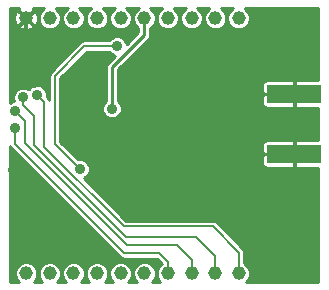
<source format=gbl>
G04 (created by PCBNEW (22-Jun-2014 BZR 4027)-stable) date Sat 31 Oct 2015 03:00:42 PM EET*
%MOIN*%
G04 Gerber Fmt 3.4, Leading zero omitted, Abs format*
%FSLAX34Y34*%
G01*
G70*
G90*
G04 APERTURE LIST*
%ADD10C,0.00590551*%
%ADD11R,0.18X0.06*%
%ADD12C,0.0452756*%
%ADD13C,0.035*%
%ADD14C,0.012*%
%ADD15C,0.008*%
%ADD16C,0.01*%
G04 APERTURE END LIST*
G54D10*
G54D11*
X46279Y-42624D03*
X46279Y-40624D03*
G54D12*
X44423Y-38096D03*
X43635Y-38096D03*
X42848Y-38096D03*
X42061Y-38096D03*
X41273Y-38096D03*
X40486Y-38096D03*
X39698Y-38096D03*
X38911Y-38096D03*
X38124Y-38096D03*
X37336Y-38096D03*
X44423Y-46600D03*
X43635Y-46600D03*
X42848Y-46600D03*
X42061Y-46600D03*
X41273Y-46600D03*
X40486Y-46600D03*
X39698Y-46600D03*
X38911Y-46600D03*
X38124Y-46600D03*
X37336Y-46600D03*
G54D13*
X39350Y-41750D03*
X46800Y-45550D03*
X44900Y-45500D03*
X45350Y-46450D03*
X46800Y-46400D03*
X41500Y-44200D03*
X39803Y-45708D03*
X42600Y-44300D03*
X42600Y-43750D03*
X41900Y-43750D03*
X44800Y-43400D03*
X44800Y-42250D03*
X44000Y-42250D03*
X44000Y-43350D03*
X44000Y-44100D03*
X44800Y-44150D03*
X42834Y-41338D03*
X44800Y-41000D03*
X44050Y-41000D03*
X42007Y-42598D03*
X42600Y-42200D03*
X38150Y-39650D03*
X38650Y-40150D03*
X46800Y-44000D03*
X41102Y-42598D03*
X40078Y-42519D03*
X40669Y-44409D03*
X39650Y-39550D03*
X36900Y-43150D03*
X37690Y-40650D03*
X37230Y-40740D03*
X36960Y-41200D03*
X36960Y-41750D03*
X40196Y-41112D03*
X40370Y-39030D03*
X39130Y-43130D03*
G54D14*
X39350Y-41750D02*
X38650Y-41050D01*
X38650Y-41050D02*
X38650Y-40150D01*
G54D15*
X46750Y-46450D02*
X45350Y-46450D01*
X46800Y-46400D02*
X46750Y-46450D01*
X41900Y-43750D02*
X42600Y-43750D01*
X44800Y-42250D02*
X44800Y-43400D01*
X44000Y-43350D02*
X44000Y-42250D01*
X44750Y-44100D02*
X44000Y-44100D01*
X44800Y-44150D02*
X44750Y-44100D01*
X44050Y-41000D02*
X44800Y-41000D01*
X42007Y-42598D02*
X42201Y-42598D01*
X42201Y-42598D02*
X42600Y-42200D01*
G54D14*
X39350Y-39450D02*
X38650Y-40150D01*
X37336Y-38836D02*
X37336Y-38096D01*
X38150Y-39650D02*
X37336Y-38836D01*
X39550Y-39450D02*
X39350Y-39450D01*
X39650Y-39550D02*
X39550Y-39450D01*
G54D15*
X44423Y-45913D02*
X44423Y-46600D01*
X43550Y-45040D02*
X44423Y-45913D01*
X40590Y-45040D02*
X43550Y-45040D01*
X37930Y-42380D02*
X40590Y-45040D01*
X37930Y-40890D02*
X37930Y-42380D01*
X37690Y-40650D02*
X37930Y-40890D01*
X43635Y-46025D02*
X43635Y-46600D01*
X42990Y-45380D02*
X43635Y-46025D01*
X40650Y-45380D02*
X42990Y-45380D01*
X37600Y-42330D02*
X40650Y-45380D01*
X37600Y-41370D02*
X37600Y-42330D01*
X37230Y-41000D02*
X37600Y-41370D01*
X37230Y-40740D02*
X37230Y-41000D01*
X42848Y-46158D02*
X42848Y-46600D01*
X42360Y-45670D02*
X42848Y-46158D01*
X40690Y-45670D02*
X42360Y-45670D01*
X37290Y-42270D02*
X40690Y-45670D01*
X37290Y-41530D02*
X37290Y-42270D01*
X36960Y-41200D02*
X37290Y-41530D01*
X42061Y-46221D02*
X42061Y-46600D01*
X41770Y-45930D02*
X42061Y-46221D01*
X40610Y-45930D02*
X41770Y-45930D01*
X36960Y-42280D02*
X40610Y-45930D01*
X36960Y-41750D02*
X36960Y-42280D01*
G54D16*
X41273Y-38647D02*
X41273Y-38096D01*
X40196Y-39724D02*
X41273Y-38647D01*
X40196Y-41112D02*
X40196Y-39724D01*
G54D15*
X39280Y-39030D02*
X40370Y-39030D01*
X38290Y-40020D02*
X39280Y-39030D01*
X38290Y-42290D02*
X38290Y-40020D01*
X39130Y-43130D02*
X38290Y-42290D01*
G54D10*
G36*
X41081Y-37768D02*
X41060Y-37776D01*
X40954Y-37882D01*
X40897Y-38020D01*
X40897Y-38170D01*
X40954Y-38308D01*
X41060Y-38414D01*
X41073Y-38420D01*
X41073Y-38564D01*
X40688Y-38949D01*
X40645Y-38846D01*
X40554Y-38754D01*
X40434Y-38705D01*
X40305Y-38704D01*
X40186Y-38754D01*
X40100Y-38840D01*
X39280Y-38840D01*
X39207Y-38854D01*
X39145Y-38895D01*
X39145Y-38895D01*
X38155Y-39885D01*
X38114Y-39947D01*
X38100Y-40020D01*
X38100Y-40809D01*
X38064Y-40755D01*
X38064Y-40755D01*
X38014Y-40706D01*
X38015Y-40585D01*
X37965Y-40466D01*
X37874Y-40374D01*
X37754Y-40325D01*
X37734Y-40325D01*
X37734Y-38022D01*
X37675Y-37876D01*
X37669Y-37866D01*
X37599Y-37847D01*
X37350Y-38096D01*
X37599Y-38344D01*
X37669Y-38325D01*
X37731Y-38180D01*
X37734Y-38022D01*
X37734Y-40325D01*
X37625Y-40324D01*
X37585Y-40341D01*
X37585Y-38358D01*
X37336Y-38110D01*
X37322Y-38124D01*
X37322Y-38096D01*
X37073Y-37847D01*
X37003Y-37866D01*
X36941Y-38011D01*
X36939Y-38169D01*
X36997Y-38315D01*
X37003Y-38325D01*
X37073Y-38344D01*
X37322Y-38096D01*
X37322Y-38124D01*
X37088Y-38358D01*
X37107Y-38428D01*
X37252Y-38491D01*
X37409Y-38493D01*
X37556Y-38435D01*
X37566Y-38428D01*
X37585Y-38358D01*
X37585Y-40341D01*
X37506Y-40374D01*
X37414Y-40465D01*
X37414Y-40464D01*
X37294Y-40415D01*
X37165Y-40414D01*
X37046Y-40464D01*
X36954Y-40555D01*
X36905Y-40675D01*
X36904Y-40804D01*
X36934Y-40874D01*
X36895Y-40874D01*
X36783Y-40921D01*
X36783Y-37768D01*
X36811Y-37768D01*
X37105Y-37768D01*
X37088Y-37833D01*
X37336Y-38081D01*
X37585Y-37833D01*
X37567Y-37768D01*
X37932Y-37768D01*
X37911Y-37776D01*
X37805Y-37882D01*
X37747Y-38020D01*
X37747Y-38170D01*
X37804Y-38308D01*
X37910Y-38414D01*
X38048Y-38472D01*
X38198Y-38472D01*
X38337Y-38415D01*
X38442Y-38309D01*
X38500Y-38171D01*
X38500Y-38021D01*
X38443Y-37883D01*
X38337Y-37777D01*
X38315Y-37768D01*
X38719Y-37768D01*
X38698Y-37776D01*
X38592Y-37882D01*
X38535Y-38020D01*
X38535Y-38170D01*
X38592Y-38308D01*
X38698Y-38414D01*
X38836Y-38472D01*
X38986Y-38472D01*
X39124Y-38415D01*
X39230Y-38309D01*
X39287Y-38171D01*
X39287Y-38021D01*
X39230Y-37883D01*
X39124Y-37777D01*
X39103Y-37768D01*
X39507Y-37768D01*
X39485Y-37776D01*
X39380Y-37882D01*
X39322Y-38020D01*
X39322Y-38170D01*
X39379Y-38308D01*
X39485Y-38414D01*
X39623Y-38472D01*
X39773Y-38472D01*
X39911Y-38415D01*
X40017Y-38309D01*
X40075Y-38171D01*
X40075Y-38021D01*
X40018Y-37883D01*
X39912Y-37777D01*
X39890Y-37768D01*
X40294Y-37768D01*
X40273Y-37776D01*
X40167Y-37882D01*
X40109Y-38020D01*
X40109Y-38170D01*
X40167Y-38308D01*
X40272Y-38414D01*
X40411Y-38472D01*
X40560Y-38472D01*
X40699Y-38415D01*
X40805Y-38309D01*
X40862Y-38171D01*
X40862Y-38021D01*
X40805Y-37883D01*
X40699Y-37777D01*
X40677Y-37768D01*
X41081Y-37768D01*
X41081Y-37768D01*
G37*
G54D16*
X41081Y-37768D02*
X41060Y-37776D01*
X40954Y-37882D01*
X40897Y-38020D01*
X40897Y-38170D01*
X40954Y-38308D01*
X41060Y-38414D01*
X41073Y-38420D01*
X41073Y-38564D01*
X40688Y-38949D01*
X40645Y-38846D01*
X40554Y-38754D01*
X40434Y-38705D01*
X40305Y-38704D01*
X40186Y-38754D01*
X40100Y-38840D01*
X39280Y-38840D01*
X39207Y-38854D01*
X39145Y-38895D01*
X39145Y-38895D01*
X38155Y-39885D01*
X38114Y-39947D01*
X38100Y-40020D01*
X38100Y-40809D01*
X38064Y-40755D01*
X38064Y-40755D01*
X38014Y-40706D01*
X38015Y-40585D01*
X37965Y-40466D01*
X37874Y-40374D01*
X37754Y-40325D01*
X37734Y-40325D01*
X37734Y-38022D01*
X37675Y-37876D01*
X37669Y-37866D01*
X37599Y-37847D01*
X37350Y-38096D01*
X37599Y-38344D01*
X37669Y-38325D01*
X37731Y-38180D01*
X37734Y-38022D01*
X37734Y-40325D01*
X37625Y-40324D01*
X37585Y-40341D01*
X37585Y-38358D01*
X37336Y-38110D01*
X37322Y-38124D01*
X37322Y-38096D01*
X37073Y-37847D01*
X37003Y-37866D01*
X36941Y-38011D01*
X36939Y-38169D01*
X36997Y-38315D01*
X37003Y-38325D01*
X37073Y-38344D01*
X37322Y-38096D01*
X37322Y-38124D01*
X37088Y-38358D01*
X37107Y-38428D01*
X37252Y-38491D01*
X37409Y-38493D01*
X37556Y-38435D01*
X37566Y-38428D01*
X37585Y-38358D01*
X37585Y-40341D01*
X37506Y-40374D01*
X37414Y-40465D01*
X37414Y-40464D01*
X37294Y-40415D01*
X37165Y-40414D01*
X37046Y-40464D01*
X36954Y-40555D01*
X36905Y-40675D01*
X36904Y-40804D01*
X36934Y-40874D01*
X36895Y-40874D01*
X36783Y-40921D01*
X36783Y-37768D01*
X36811Y-37768D01*
X37105Y-37768D01*
X37088Y-37833D01*
X37336Y-38081D01*
X37585Y-37833D01*
X37567Y-37768D01*
X37932Y-37768D01*
X37911Y-37776D01*
X37805Y-37882D01*
X37747Y-38020D01*
X37747Y-38170D01*
X37804Y-38308D01*
X37910Y-38414D01*
X38048Y-38472D01*
X38198Y-38472D01*
X38337Y-38415D01*
X38442Y-38309D01*
X38500Y-38171D01*
X38500Y-38021D01*
X38443Y-37883D01*
X38337Y-37777D01*
X38315Y-37768D01*
X38719Y-37768D01*
X38698Y-37776D01*
X38592Y-37882D01*
X38535Y-38020D01*
X38535Y-38170D01*
X38592Y-38308D01*
X38698Y-38414D01*
X38836Y-38472D01*
X38986Y-38472D01*
X39124Y-38415D01*
X39230Y-38309D01*
X39287Y-38171D01*
X39287Y-38021D01*
X39230Y-37883D01*
X39124Y-37777D01*
X39103Y-37768D01*
X39507Y-37768D01*
X39485Y-37776D01*
X39380Y-37882D01*
X39322Y-38020D01*
X39322Y-38170D01*
X39379Y-38308D01*
X39485Y-38414D01*
X39623Y-38472D01*
X39773Y-38472D01*
X39911Y-38415D01*
X40017Y-38309D01*
X40075Y-38171D01*
X40075Y-38021D01*
X40018Y-37883D01*
X39912Y-37777D01*
X39890Y-37768D01*
X40294Y-37768D01*
X40273Y-37776D01*
X40167Y-37882D01*
X40109Y-38020D01*
X40109Y-38170D01*
X40167Y-38308D01*
X40272Y-38414D01*
X40411Y-38472D01*
X40560Y-38472D01*
X40699Y-38415D01*
X40805Y-38309D01*
X40862Y-38171D01*
X40862Y-38021D01*
X40805Y-37883D01*
X40699Y-37777D01*
X40677Y-37768D01*
X41081Y-37768D01*
G54D10*
G36*
X41850Y-46279D02*
X41848Y-46280D01*
X41742Y-46386D01*
X41684Y-46524D01*
X41684Y-46674D01*
X41741Y-46812D01*
X41806Y-46877D01*
X41528Y-46877D01*
X41592Y-46813D01*
X41650Y-46675D01*
X41650Y-46525D01*
X41592Y-46387D01*
X41487Y-46281D01*
X41348Y-46223D01*
X41199Y-46223D01*
X41060Y-46280D01*
X40954Y-46386D01*
X40897Y-46524D01*
X40897Y-46674D01*
X40954Y-46812D01*
X41018Y-46877D01*
X40740Y-46877D01*
X40805Y-46813D01*
X40862Y-46675D01*
X40862Y-46525D01*
X40805Y-46387D01*
X40699Y-46281D01*
X40561Y-46223D01*
X40411Y-46223D01*
X40273Y-46280D01*
X40167Y-46386D01*
X40109Y-46524D01*
X40109Y-46674D01*
X40167Y-46812D01*
X40231Y-46877D01*
X39953Y-46877D01*
X40017Y-46813D01*
X40075Y-46675D01*
X40075Y-46525D01*
X40018Y-46387D01*
X39912Y-46281D01*
X39774Y-46223D01*
X39624Y-46223D01*
X39485Y-46280D01*
X39380Y-46386D01*
X39322Y-46524D01*
X39322Y-46674D01*
X39379Y-46812D01*
X39444Y-46877D01*
X39166Y-46877D01*
X39230Y-46813D01*
X39287Y-46675D01*
X39287Y-46525D01*
X39230Y-46387D01*
X39124Y-46281D01*
X38986Y-46223D01*
X38836Y-46223D01*
X38698Y-46280D01*
X38592Y-46386D01*
X38535Y-46524D01*
X38535Y-46674D01*
X38592Y-46812D01*
X38656Y-46877D01*
X38378Y-46877D01*
X38442Y-46813D01*
X38500Y-46675D01*
X38500Y-46525D01*
X38443Y-46387D01*
X38337Y-46281D01*
X38199Y-46223D01*
X38049Y-46223D01*
X37911Y-46280D01*
X37805Y-46386D01*
X37747Y-46524D01*
X37747Y-46674D01*
X37804Y-46812D01*
X37869Y-46877D01*
X37591Y-46877D01*
X37655Y-46813D01*
X37713Y-46675D01*
X37713Y-46525D01*
X37655Y-46387D01*
X37550Y-46281D01*
X37411Y-46223D01*
X37262Y-46223D01*
X37123Y-46280D01*
X37017Y-46386D01*
X36960Y-46524D01*
X36960Y-46674D01*
X37017Y-46812D01*
X37081Y-46877D01*
X36783Y-46877D01*
X36783Y-42349D01*
X36784Y-42352D01*
X36825Y-42414D01*
X40475Y-46064D01*
X40475Y-46064D01*
X40537Y-46105D01*
X40537Y-46105D01*
X40595Y-46117D01*
X40609Y-46120D01*
X40609Y-46119D01*
X40610Y-46120D01*
X41691Y-46120D01*
X41850Y-46279D01*
X41850Y-46279D01*
G37*
G54D16*
X41850Y-46279D02*
X41848Y-46280D01*
X41742Y-46386D01*
X41684Y-46524D01*
X41684Y-46674D01*
X41741Y-46812D01*
X41806Y-46877D01*
X41528Y-46877D01*
X41592Y-46813D01*
X41650Y-46675D01*
X41650Y-46525D01*
X41592Y-46387D01*
X41487Y-46281D01*
X41348Y-46223D01*
X41199Y-46223D01*
X41060Y-46280D01*
X40954Y-46386D01*
X40897Y-46524D01*
X40897Y-46674D01*
X40954Y-46812D01*
X41018Y-46877D01*
X40740Y-46877D01*
X40805Y-46813D01*
X40862Y-46675D01*
X40862Y-46525D01*
X40805Y-46387D01*
X40699Y-46281D01*
X40561Y-46223D01*
X40411Y-46223D01*
X40273Y-46280D01*
X40167Y-46386D01*
X40109Y-46524D01*
X40109Y-46674D01*
X40167Y-46812D01*
X40231Y-46877D01*
X39953Y-46877D01*
X40017Y-46813D01*
X40075Y-46675D01*
X40075Y-46525D01*
X40018Y-46387D01*
X39912Y-46281D01*
X39774Y-46223D01*
X39624Y-46223D01*
X39485Y-46280D01*
X39380Y-46386D01*
X39322Y-46524D01*
X39322Y-46674D01*
X39379Y-46812D01*
X39444Y-46877D01*
X39166Y-46877D01*
X39230Y-46813D01*
X39287Y-46675D01*
X39287Y-46525D01*
X39230Y-46387D01*
X39124Y-46281D01*
X38986Y-46223D01*
X38836Y-46223D01*
X38698Y-46280D01*
X38592Y-46386D01*
X38535Y-46524D01*
X38535Y-46674D01*
X38592Y-46812D01*
X38656Y-46877D01*
X38378Y-46877D01*
X38442Y-46813D01*
X38500Y-46675D01*
X38500Y-46525D01*
X38443Y-46387D01*
X38337Y-46281D01*
X38199Y-46223D01*
X38049Y-46223D01*
X37911Y-46280D01*
X37805Y-46386D01*
X37747Y-46524D01*
X37747Y-46674D01*
X37804Y-46812D01*
X37869Y-46877D01*
X37591Y-46877D01*
X37655Y-46813D01*
X37713Y-46675D01*
X37713Y-46525D01*
X37655Y-46387D01*
X37550Y-46281D01*
X37411Y-46223D01*
X37262Y-46223D01*
X37123Y-46280D01*
X37017Y-46386D01*
X36960Y-46524D01*
X36960Y-46674D01*
X37017Y-46812D01*
X37081Y-46877D01*
X36783Y-46877D01*
X36783Y-42349D01*
X36784Y-42352D01*
X36825Y-42414D01*
X40475Y-46064D01*
X40475Y-46064D01*
X40537Y-46105D01*
X40537Y-46105D01*
X40595Y-46117D01*
X40609Y-46120D01*
X40609Y-46119D01*
X40610Y-46120D01*
X41691Y-46120D01*
X41850Y-46279D01*
G54D10*
G36*
X47074Y-46877D02*
X46269Y-46877D01*
X46269Y-43051D01*
X46269Y-42634D01*
X46269Y-42614D01*
X46269Y-42196D01*
X46269Y-41051D01*
X46269Y-40634D01*
X46269Y-40614D01*
X46269Y-40196D01*
X46226Y-40154D01*
X45412Y-40153D01*
X45345Y-40154D01*
X45282Y-40179D01*
X45234Y-40227D01*
X45209Y-40290D01*
X45209Y-40571D01*
X45251Y-40614D01*
X46269Y-40614D01*
X46269Y-40634D01*
X45251Y-40634D01*
X45209Y-40676D01*
X45209Y-40957D01*
X45234Y-41020D01*
X45282Y-41068D01*
X45345Y-41093D01*
X45412Y-41094D01*
X46226Y-41094D01*
X46269Y-41051D01*
X46269Y-42196D01*
X46226Y-42154D01*
X45412Y-42153D01*
X45345Y-42154D01*
X45282Y-42179D01*
X45234Y-42227D01*
X45209Y-42290D01*
X45209Y-42571D01*
X45251Y-42614D01*
X46269Y-42614D01*
X46269Y-42634D01*
X45251Y-42634D01*
X45209Y-42676D01*
X45209Y-42957D01*
X45234Y-43020D01*
X45282Y-43068D01*
X45345Y-43093D01*
X45412Y-43094D01*
X46226Y-43094D01*
X46269Y-43051D01*
X46269Y-46877D01*
X44678Y-46877D01*
X44742Y-46813D01*
X44799Y-46675D01*
X44799Y-46525D01*
X44742Y-46387D01*
X44636Y-46281D01*
X44613Y-46271D01*
X44613Y-45913D01*
X44598Y-45840D01*
X44557Y-45778D01*
X44557Y-45778D01*
X43684Y-44905D01*
X43622Y-44864D01*
X43550Y-44850D01*
X40668Y-44850D01*
X39250Y-43431D01*
X39313Y-43405D01*
X39405Y-43314D01*
X39454Y-43194D01*
X39455Y-43065D01*
X39405Y-42946D01*
X39314Y-42854D01*
X39194Y-42805D01*
X39073Y-42804D01*
X38480Y-42211D01*
X38480Y-40098D01*
X39358Y-39220D01*
X40100Y-39220D01*
X40185Y-39305D01*
X40289Y-39348D01*
X40055Y-39582D01*
X40012Y-39647D01*
X39996Y-39724D01*
X39996Y-40852D01*
X39921Y-40927D01*
X39871Y-41047D01*
X39871Y-41176D01*
X39921Y-41296D01*
X40012Y-41387D01*
X40131Y-41437D01*
X40261Y-41437D01*
X40380Y-41387D01*
X40472Y-41296D01*
X40521Y-41177D01*
X40521Y-41047D01*
X40472Y-40928D01*
X40396Y-40852D01*
X40396Y-39807D01*
X41415Y-38788D01*
X41415Y-38788D01*
X41444Y-38745D01*
X41458Y-38724D01*
X41458Y-38724D01*
X41473Y-38647D01*
X41473Y-38647D01*
X41473Y-38420D01*
X41486Y-38415D01*
X41592Y-38309D01*
X41650Y-38171D01*
X41650Y-38021D01*
X41592Y-37883D01*
X41487Y-37777D01*
X41465Y-37768D01*
X41869Y-37768D01*
X41848Y-37776D01*
X41742Y-37882D01*
X41684Y-38020D01*
X41684Y-38170D01*
X41741Y-38308D01*
X41847Y-38414D01*
X41985Y-38472D01*
X42135Y-38472D01*
X42274Y-38415D01*
X42379Y-38309D01*
X42437Y-38171D01*
X42437Y-38021D01*
X42380Y-37883D01*
X42274Y-37777D01*
X42252Y-37768D01*
X42656Y-37768D01*
X42635Y-37776D01*
X42529Y-37882D01*
X42472Y-38020D01*
X42472Y-38170D01*
X42529Y-38308D01*
X42635Y-38414D01*
X42773Y-38472D01*
X42923Y-38472D01*
X43061Y-38415D01*
X43167Y-38309D01*
X43224Y-38171D01*
X43224Y-38021D01*
X43167Y-37883D01*
X43061Y-37777D01*
X43040Y-37768D01*
X43444Y-37768D01*
X43422Y-37776D01*
X43317Y-37882D01*
X43259Y-38020D01*
X43259Y-38170D01*
X43316Y-38308D01*
X43422Y-38414D01*
X43560Y-38472D01*
X43710Y-38472D01*
X43848Y-38415D01*
X43954Y-38309D01*
X44012Y-38171D01*
X44012Y-38021D01*
X43955Y-37883D01*
X43849Y-37777D01*
X43827Y-37768D01*
X44231Y-37768D01*
X44210Y-37776D01*
X44104Y-37882D01*
X44046Y-38020D01*
X44046Y-38170D01*
X44104Y-38308D01*
X44209Y-38414D01*
X44348Y-38472D01*
X44497Y-38472D01*
X44636Y-38415D01*
X44742Y-38309D01*
X44799Y-38171D01*
X44799Y-38021D01*
X44742Y-37883D01*
X44636Y-37777D01*
X44614Y-37768D01*
X47074Y-37768D01*
X47074Y-40153D01*
X46331Y-40154D01*
X46289Y-40196D01*
X46289Y-40614D01*
X46296Y-40614D01*
X46296Y-40634D01*
X46289Y-40634D01*
X46289Y-41051D01*
X46331Y-41094D01*
X47074Y-41094D01*
X47074Y-42153D01*
X46331Y-42154D01*
X46289Y-42196D01*
X46289Y-42614D01*
X46296Y-42614D01*
X46296Y-42634D01*
X46289Y-42634D01*
X46289Y-43051D01*
X46331Y-43094D01*
X47074Y-43094D01*
X47074Y-46877D01*
X47074Y-46877D01*
G37*
G54D16*
X47074Y-46877D02*
X46269Y-46877D01*
X46269Y-43051D01*
X46269Y-42634D01*
X46269Y-42614D01*
X46269Y-42196D01*
X46269Y-41051D01*
X46269Y-40634D01*
X46269Y-40614D01*
X46269Y-40196D01*
X46226Y-40154D01*
X45412Y-40153D01*
X45345Y-40154D01*
X45282Y-40179D01*
X45234Y-40227D01*
X45209Y-40290D01*
X45209Y-40571D01*
X45251Y-40614D01*
X46269Y-40614D01*
X46269Y-40634D01*
X45251Y-40634D01*
X45209Y-40676D01*
X45209Y-40957D01*
X45234Y-41020D01*
X45282Y-41068D01*
X45345Y-41093D01*
X45412Y-41094D01*
X46226Y-41094D01*
X46269Y-41051D01*
X46269Y-42196D01*
X46226Y-42154D01*
X45412Y-42153D01*
X45345Y-42154D01*
X45282Y-42179D01*
X45234Y-42227D01*
X45209Y-42290D01*
X45209Y-42571D01*
X45251Y-42614D01*
X46269Y-42614D01*
X46269Y-42634D01*
X45251Y-42634D01*
X45209Y-42676D01*
X45209Y-42957D01*
X45234Y-43020D01*
X45282Y-43068D01*
X45345Y-43093D01*
X45412Y-43094D01*
X46226Y-43094D01*
X46269Y-43051D01*
X46269Y-46877D01*
X44678Y-46877D01*
X44742Y-46813D01*
X44799Y-46675D01*
X44799Y-46525D01*
X44742Y-46387D01*
X44636Y-46281D01*
X44613Y-46271D01*
X44613Y-45913D01*
X44598Y-45840D01*
X44557Y-45778D01*
X44557Y-45778D01*
X43684Y-44905D01*
X43622Y-44864D01*
X43550Y-44850D01*
X40668Y-44850D01*
X39250Y-43431D01*
X39313Y-43405D01*
X39405Y-43314D01*
X39454Y-43194D01*
X39455Y-43065D01*
X39405Y-42946D01*
X39314Y-42854D01*
X39194Y-42805D01*
X39073Y-42804D01*
X38480Y-42211D01*
X38480Y-40098D01*
X39358Y-39220D01*
X40100Y-39220D01*
X40185Y-39305D01*
X40289Y-39348D01*
X40055Y-39582D01*
X40012Y-39647D01*
X39996Y-39724D01*
X39996Y-40852D01*
X39921Y-40927D01*
X39871Y-41047D01*
X39871Y-41176D01*
X39921Y-41296D01*
X40012Y-41387D01*
X40131Y-41437D01*
X40261Y-41437D01*
X40380Y-41387D01*
X40472Y-41296D01*
X40521Y-41177D01*
X40521Y-41047D01*
X40472Y-40928D01*
X40396Y-40852D01*
X40396Y-39807D01*
X41415Y-38788D01*
X41415Y-38788D01*
X41444Y-38745D01*
X41458Y-38724D01*
X41458Y-38724D01*
X41473Y-38647D01*
X41473Y-38647D01*
X41473Y-38420D01*
X41486Y-38415D01*
X41592Y-38309D01*
X41650Y-38171D01*
X41650Y-38021D01*
X41592Y-37883D01*
X41487Y-37777D01*
X41465Y-37768D01*
X41869Y-37768D01*
X41848Y-37776D01*
X41742Y-37882D01*
X41684Y-38020D01*
X41684Y-38170D01*
X41741Y-38308D01*
X41847Y-38414D01*
X41985Y-38472D01*
X42135Y-38472D01*
X42274Y-38415D01*
X42379Y-38309D01*
X42437Y-38171D01*
X42437Y-38021D01*
X42380Y-37883D01*
X42274Y-37777D01*
X42252Y-37768D01*
X42656Y-37768D01*
X42635Y-37776D01*
X42529Y-37882D01*
X42472Y-38020D01*
X42472Y-38170D01*
X42529Y-38308D01*
X42635Y-38414D01*
X42773Y-38472D01*
X42923Y-38472D01*
X43061Y-38415D01*
X43167Y-38309D01*
X43224Y-38171D01*
X43224Y-38021D01*
X43167Y-37883D01*
X43061Y-37777D01*
X43040Y-37768D01*
X43444Y-37768D01*
X43422Y-37776D01*
X43317Y-37882D01*
X43259Y-38020D01*
X43259Y-38170D01*
X43316Y-38308D01*
X43422Y-38414D01*
X43560Y-38472D01*
X43710Y-38472D01*
X43848Y-38415D01*
X43954Y-38309D01*
X44012Y-38171D01*
X44012Y-38021D01*
X43955Y-37883D01*
X43849Y-37777D01*
X43827Y-37768D01*
X44231Y-37768D01*
X44210Y-37776D01*
X44104Y-37882D01*
X44046Y-38020D01*
X44046Y-38170D01*
X44104Y-38308D01*
X44209Y-38414D01*
X44348Y-38472D01*
X44497Y-38472D01*
X44636Y-38415D01*
X44742Y-38309D01*
X44799Y-38171D01*
X44799Y-38021D01*
X44742Y-37883D01*
X44636Y-37777D01*
X44614Y-37768D01*
X47074Y-37768D01*
X47074Y-40153D01*
X46331Y-40154D01*
X46289Y-40196D01*
X46289Y-40614D01*
X46296Y-40614D01*
X46296Y-40634D01*
X46289Y-40634D01*
X46289Y-41051D01*
X46331Y-41094D01*
X47074Y-41094D01*
X47074Y-42153D01*
X46331Y-42154D01*
X46289Y-42196D01*
X46289Y-42614D01*
X46296Y-42614D01*
X46296Y-42634D01*
X46289Y-42634D01*
X46289Y-43051D01*
X46331Y-43094D01*
X47074Y-43094D01*
X47074Y-46877D01*
M02*

</source>
